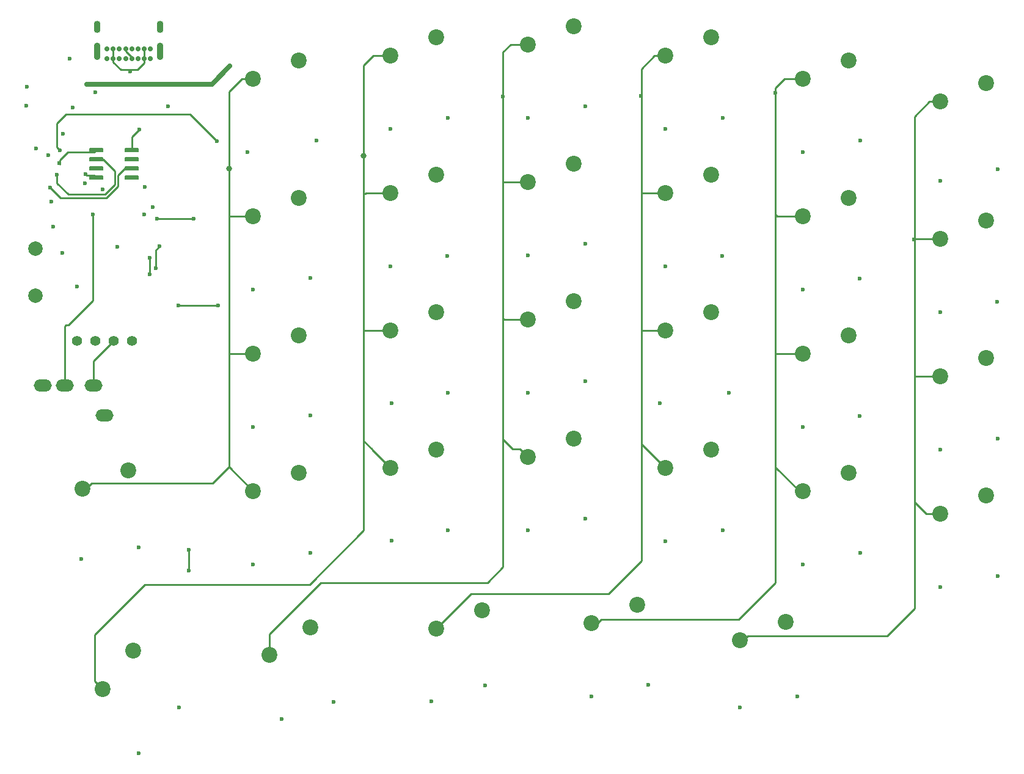
<source format=gbr>
G04 #@! TF.GenerationSoftware,KiCad,Pcbnew,5.1.5+dfsg1-2build2*
G04 #@! TF.CreationDate,2021-01-09T21:52:19+00:00*
G04 #@! TF.ProjectId,cynaroides,63796e61-726f-4696-9465-732e6b696361,rev?*
G04 #@! TF.SameCoordinates,Original*
G04 #@! TF.FileFunction,Copper,L1,Top*
G04 #@! TF.FilePolarity,Positive*
%FSLAX46Y46*%
G04 Gerber Fmt 4.6, Leading zero omitted, Abs format (unit mm)*
G04 Created by KiCad (PCBNEW 5.1.5+dfsg1-2build2) date 2021-01-09 21:52:19*
%MOMM*%
%LPD*%
G04 APERTURE LIST*
%ADD10C,2.200000*%
%ADD11O,0.900000X1.700000*%
%ADD12O,0.900000X2.400000*%
%ADD13C,0.700000*%
%ADD14O,2.500000X1.700000*%
%ADD15C,1.397000*%
%ADD16C,2.000000*%
%ADD17C,0.100000*%
%ADD18C,0.600000*%
%ADD19C,0.800000*%
%ADD20C,0.250000*%
%ADD21C,0.635000*%
G04 APERTURE END LIST*
D10*
X96837500Y-50165000D03*
X103187500Y-47625000D03*
X115887500Y-48577500D03*
X122237500Y-46037500D03*
X134937500Y-50165000D03*
X141287500Y-47625000D03*
X153987500Y-53340000D03*
X160337500Y-50800000D03*
X77787500Y-72390000D03*
X84137500Y-69850000D03*
X96837500Y-69215000D03*
X103187500Y-66675000D03*
X115887500Y-67627500D03*
X122237500Y-65087500D03*
X134937500Y-69215000D03*
X141287500Y-66675000D03*
X153987500Y-72390000D03*
X160337500Y-69850000D03*
X134937500Y-88265000D03*
X141287500Y-85725000D03*
X153987500Y-91440000D03*
X160337500Y-88900000D03*
X80041858Y-114135984D03*
X85725000Y-110331250D03*
X103187500Y-110490000D03*
X109537500Y-107950000D03*
X124618750Y-109696250D03*
X130968750Y-107156250D03*
X145256250Y-112077500D03*
X151606250Y-109537500D03*
X115887500Y-86677500D03*
X122237500Y-84137500D03*
X77787500Y-34290000D03*
X84137500Y-31750000D03*
X153987500Y-34290000D03*
X160337500Y-31750000D03*
X77787500Y-53340000D03*
X84137500Y-50800000D03*
X96837500Y-88265000D03*
X103187500Y-85725000D03*
X77787500Y-91440000D03*
X84137500Y-88900000D03*
D11*
X56200000Y-27136000D03*
X64850000Y-27136000D03*
D12*
X56200000Y-30516000D03*
X64850000Y-30516000D03*
D13*
X60100000Y-30146000D03*
X57550000Y-30146000D03*
X58400000Y-30146000D03*
X59250000Y-30146000D03*
X63500000Y-30146000D03*
X61800000Y-30146000D03*
X60950000Y-30146000D03*
X62650000Y-30146000D03*
X57550000Y-31496000D03*
X58400000Y-31496000D03*
X59250000Y-31496000D03*
X60100000Y-31496000D03*
X60950000Y-31496000D03*
X61800000Y-31496000D03*
X62650000Y-31496000D03*
X63500000Y-31496000D03*
D14*
X57150000Y-80962500D03*
X55650000Y-76762500D03*
X51650000Y-76762500D03*
X48650000Y-76762500D03*
D15*
X60960000Y-70643750D03*
X58420000Y-70643750D03*
X55880000Y-70643750D03*
X53340000Y-70643750D03*
D16*
X47625000Y-64368750D03*
X47625000Y-57868750D03*
G04 #@! TA.AperFunction,SMDPad,CuDef*
D17*
G36*
X56849703Y-47706722D02*
G01*
X56864264Y-47708882D01*
X56878543Y-47712459D01*
X56892403Y-47717418D01*
X56905710Y-47723712D01*
X56918336Y-47731280D01*
X56930159Y-47740048D01*
X56941066Y-47749934D01*
X56950952Y-47760841D01*
X56959720Y-47772664D01*
X56967288Y-47785290D01*
X56973582Y-47798597D01*
X56978541Y-47812457D01*
X56982118Y-47826736D01*
X56984278Y-47841297D01*
X56985000Y-47856000D01*
X56985000Y-48156000D01*
X56984278Y-48170703D01*
X56982118Y-48185264D01*
X56978541Y-48199543D01*
X56973582Y-48213403D01*
X56967288Y-48226710D01*
X56959720Y-48239336D01*
X56950952Y-48251159D01*
X56941066Y-48262066D01*
X56930159Y-48271952D01*
X56918336Y-48280720D01*
X56905710Y-48288288D01*
X56892403Y-48294582D01*
X56878543Y-48299541D01*
X56864264Y-48303118D01*
X56849703Y-48305278D01*
X56835000Y-48306000D01*
X55185000Y-48306000D01*
X55170297Y-48305278D01*
X55155736Y-48303118D01*
X55141457Y-48299541D01*
X55127597Y-48294582D01*
X55114290Y-48288288D01*
X55101664Y-48280720D01*
X55089841Y-48271952D01*
X55078934Y-48262066D01*
X55069048Y-48251159D01*
X55060280Y-48239336D01*
X55052712Y-48226710D01*
X55046418Y-48213403D01*
X55041459Y-48199543D01*
X55037882Y-48185264D01*
X55035722Y-48170703D01*
X55035000Y-48156000D01*
X55035000Y-47856000D01*
X55035722Y-47841297D01*
X55037882Y-47826736D01*
X55041459Y-47812457D01*
X55046418Y-47798597D01*
X55052712Y-47785290D01*
X55060280Y-47772664D01*
X55069048Y-47760841D01*
X55078934Y-47749934D01*
X55089841Y-47740048D01*
X55101664Y-47731280D01*
X55114290Y-47723712D01*
X55127597Y-47717418D01*
X55141457Y-47712459D01*
X55155736Y-47708882D01*
X55170297Y-47706722D01*
X55185000Y-47706000D01*
X56835000Y-47706000D01*
X56849703Y-47706722D01*
G37*
G04 #@! TD.AperFunction*
G04 #@! TA.AperFunction,SMDPad,CuDef*
G36*
X56849703Y-46436722D02*
G01*
X56864264Y-46438882D01*
X56878543Y-46442459D01*
X56892403Y-46447418D01*
X56905710Y-46453712D01*
X56918336Y-46461280D01*
X56930159Y-46470048D01*
X56941066Y-46479934D01*
X56950952Y-46490841D01*
X56959720Y-46502664D01*
X56967288Y-46515290D01*
X56973582Y-46528597D01*
X56978541Y-46542457D01*
X56982118Y-46556736D01*
X56984278Y-46571297D01*
X56985000Y-46586000D01*
X56985000Y-46886000D01*
X56984278Y-46900703D01*
X56982118Y-46915264D01*
X56978541Y-46929543D01*
X56973582Y-46943403D01*
X56967288Y-46956710D01*
X56959720Y-46969336D01*
X56950952Y-46981159D01*
X56941066Y-46992066D01*
X56930159Y-47001952D01*
X56918336Y-47010720D01*
X56905710Y-47018288D01*
X56892403Y-47024582D01*
X56878543Y-47029541D01*
X56864264Y-47033118D01*
X56849703Y-47035278D01*
X56835000Y-47036000D01*
X55185000Y-47036000D01*
X55170297Y-47035278D01*
X55155736Y-47033118D01*
X55141457Y-47029541D01*
X55127597Y-47024582D01*
X55114290Y-47018288D01*
X55101664Y-47010720D01*
X55089841Y-47001952D01*
X55078934Y-46992066D01*
X55069048Y-46981159D01*
X55060280Y-46969336D01*
X55052712Y-46956710D01*
X55046418Y-46943403D01*
X55041459Y-46929543D01*
X55037882Y-46915264D01*
X55035722Y-46900703D01*
X55035000Y-46886000D01*
X55035000Y-46586000D01*
X55035722Y-46571297D01*
X55037882Y-46556736D01*
X55041459Y-46542457D01*
X55046418Y-46528597D01*
X55052712Y-46515290D01*
X55060280Y-46502664D01*
X55069048Y-46490841D01*
X55078934Y-46479934D01*
X55089841Y-46470048D01*
X55101664Y-46461280D01*
X55114290Y-46453712D01*
X55127597Y-46447418D01*
X55141457Y-46442459D01*
X55155736Y-46438882D01*
X55170297Y-46436722D01*
X55185000Y-46436000D01*
X56835000Y-46436000D01*
X56849703Y-46436722D01*
G37*
G04 #@! TD.AperFunction*
G04 #@! TA.AperFunction,SMDPad,CuDef*
G36*
X56849703Y-45166722D02*
G01*
X56864264Y-45168882D01*
X56878543Y-45172459D01*
X56892403Y-45177418D01*
X56905710Y-45183712D01*
X56918336Y-45191280D01*
X56930159Y-45200048D01*
X56941066Y-45209934D01*
X56950952Y-45220841D01*
X56959720Y-45232664D01*
X56967288Y-45245290D01*
X56973582Y-45258597D01*
X56978541Y-45272457D01*
X56982118Y-45286736D01*
X56984278Y-45301297D01*
X56985000Y-45316000D01*
X56985000Y-45616000D01*
X56984278Y-45630703D01*
X56982118Y-45645264D01*
X56978541Y-45659543D01*
X56973582Y-45673403D01*
X56967288Y-45686710D01*
X56959720Y-45699336D01*
X56950952Y-45711159D01*
X56941066Y-45722066D01*
X56930159Y-45731952D01*
X56918336Y-45740720D01*
X56905710Y-45748288D01*
X56892403Y-45754582D01*
X56878543Y-45759541D01*
X56864264Y-45763118D01*
X56849703Y-45765278D01*
X56835000Y-45766000D01*
X55185000Y-45766000D01*
X55170297Y-45765278D01*
X55155736Y-45763118D01*
X55141457Y-45759541D01*
X55127597Y-45754582D01*
X55114290Y-45748288D01*
X55101664Y-45740720D01*
X55089841Y-45731952D01*
X55078934Y-45722066D01*
X55069048Y-45711159D01*
X55060280Y-45699336D01*
X55052712Y-45686710D01*
X55046418Y-45673403D01*
X55041459Y-45659543D01*
X55037882Y-45645264D01*
X55035722Y-45630703D01*
X55035000Y-45616000D01*
X55035000Y-45316000D01*
X55035722Y-45301297D01*
X55037882Y-45286736D01*
X55041459Y-45272457D01*
X55046418Y-45258597D01*
X55052712Y-45245290D01*
X55060280Y-45232664D01*
X55069048Y-45220841D01*
X55078934Y-45209934D01*
X55089841Y-45200048D01*
X55101664Y-45191280D01*
X55114290Y-45183712D01*
X55127597Y-45177418D01*
X55141457Y-45172459D01*
X55155736Y-45168882D01*
X55170297Y-45166722D01*
X55185000Y-45166000D01*
X56835000Y-45166000D01*
X56849703Y-45166722D01*
G37*
G04 #@! TD.AperFunction*
G04 #@! TA.AperFunction,SMDPad,CuDef*
G36*
X56849703Y-43896722D02*
G01*
X56864264Y-43898882D01*
X56878543Y-43902459D01*
X56892403Y-43907418D01*
X56905710Y-43913712D01*
X56918336Y-43921280D01*
X56930159Y-43930048D01*
X56941066Y-43939934D01*
X56950952Y-43950841D01*
X56959720Y-43962664D01*
X56967288Y-43975290D01*
X56973582Y-43988597D01*
X56978541Y-44002457D01*
X56982118Y-44016736D01*
X56984278Y-44031297D01*
X56985000Y-44046000D01*
X56985000Y-44346000D01*
X56984278Y-44360703D01*
X56982118Y-44375264D01*
X56978541Y-44389543D01*
X56973582Y-44403403D01*
X56967288Y-44416710D01*
X56959720Y-44429336D01*
X56950952Y-44441159D01*
X56941066Y-44452066D01*
X56930159Y-44461952D01*
X56918336Y-44470720D01*
X56905710Y-44478288D01*
X56892403Y-44484582D01*
X56878543Y-44489541D01*
X56864264Y-44493118D01*
X56849703Y-44495278D01*
X56835000Y-44496000D01*
X55185000Y-44496000D01*
X55170297Y-44495278D01*
X55155736Y-44493118D01*
X55141457Y-44489541D01*
X55127597Y-44484582D01*
X55114290Y-44478288D01*
X55101664Y-44470720D01*
X55089841Y-44461952D01*
X55078934Y-44452066D01*
X55069048Y-44441159D01*
X55060280Y-44429336D01*
X55052712Y-44416710D01*
X55046418Y-44403403D01*
X55041459Y-44389543D01*
X55037882Y-44375264D01*
X55035722Y-44360703D01*
X55035000Y-44346000D01*
X55035000Y-44046000D01*
X55035722Y-44031297D01*
X55037882Y-44016736D01*
X55041459Y-44002457D01*
X55046418Y-43988597D01*
X55052712Y-43975290D01*
X55060280Y-43962664D01*
X55069048Y-43950841D01*
X55078934Y-43939934D01*
X55089841Y-43930048D01*
X55101664Y-43921280D01*
X55114290Y-43913712D01*
X55127597Y-43907418D01*
X55141457Y-43902459D01*
X55155736Y-43898882D01*
X55170297Y-43896722D01*
X55185000Y-43896000D01*
X56835000Y-43896000D01*
X56849703Y-43896722D01*
G37*
G04 #@! TD.AperFunction*
G04 #@! TA.AperFunction,SMDPad,CuDef*
G36*
X61799703Y-43896722D02*
G01*
X61814264Y-43898882D01*
X61828543Y-43902459D01*
X61842403Y-43907418D01*
X61855710Y-43913712D01*
X61868336Y-43921280D01*
X61880159Y-43930048D01*
X61891066Y-43939934D01*
X61900952Y-43950841D01*
X61909720Y-43962664D01*
X61917288Y-43975290D01*
X61923582Y-43988597D01*
X61928541Y-44002457D01*
X61932118Y-44016736D01*
X61934278Y-44031297D01*
X61935000Y-44046000D01*
X61935000Y-44346000D01*
X61934278Y-44360703D01*
X61932118Y-44375264D01*
X61928541Y-44389543D01*
X61923582Y-44403403D01*
X61917288Y-44416710D01*
X61909720Y-44429336D01*
X61900952Y-44441159D01*
X61891066Y-44452066D01*
X61880159Y-44461952D01*
X61868336Y-44470720D01*
X61855710Y-44478288D01*
X61842403Y-44484582D01*
X61828543Y-44489541D01*
X61814264Y-44493118D01*
X61799703Y-44495278D01*
X61785000Y-44496000D01*
X60135000Y-44496000D01*
X60120297Y-44495278D01*
X60105736Y-44493118D01*
X60091457Y-44489541D01*
X60077597Y-44484582D01*
X60064290Y-44478288D01*
X60051664Y-44470720D01*
X60039841Y-44461952D01*
X60028934Y-44452066D01*
X60019048Y-44441159D01*
X60010280Y-44429336D01*
X60002712Y-44416710D01*
X59996418Y-44403403D01*
X59991459Y-44389543D01*
X59987882Y-44375264D01*
X59985722Y-44360703D01*
X59985000Y-44346000D01*
X59985000Y-44046000D01*
X59985722Y-44031297D01*
X59987882Y-44016736D01*
X59991459Y-44002457D01*
X59996418Y-43988597D01*
X60002712Y-43975290D01*
X60010280Y-43962664D01*
X60019048Y-43950841D01*
X60028934Y-43939934D01*
X60039841Y-43930048D01*
X60051664Y-43921280D01*
X60064290Y-43913712D01*
X60077597Y-43907418D01*
X60091457Y-43902459D01*
X60105736Y-43898882D01*
X60120297Y-43896722D01*
X60135000Y-43896000D01*
X61785000Y-43896000D01*
X61799703Y-43896722D01*
G37*
G04 #@! TD.AperFunction*
G04 #@! TA.AperFunction,SMDPad,CuDef*
G36*
X61799703Y-45166722D02*
G01*
X61814264Y-45168882D01*
X61828543Y-45172459D01*
X61842403Y-45177418D01*
X61855710Y-45183712D01*
X61868336Y-45191280D01*
X61880159Y-45200048D01*
X61891066Y-45209934D01*
X61900952Y-45220841D01*
X61909720Y-45232664D01*
X61917288Y-45245290D01*
X61923582Y-45258597D01*
X61928541Y-45272457D01*
X61932118Y-45286736D01*
X61934278Y-45301297D01*
X61935000Y-45316000D01*
X61935000Y-45616000D01*
X61934278Y-45630703D01*
X61932118Y-45645264D01*
X61928541Y-45659543D01*
X61923582Y-45673403D01*
X61917288Y-45686710D01*
X61909720Y-45699336D01*
X61900952Y-45711159D01*
X61891066Y-45722066D01*
X61880159Y-45731952D01*
X61868336Y-45740720D01*
X61855710Y-45748288D01*
X61842403Y-45754582D01*
X61828543Y-45759541D01*
X61814264Y-45763118D01*
X61799703Y-45765278D01*
X61785000Y-45766000D01*
X60135000Y-45766000D01*
X60120297Y-45765278D01*
X60105736Y-45763118D01*
X60091457Y-45759541D01*
X60077597Y-45754582D01*
X60064290Y-45748288D01*
X60051664Y-45740720D01*
X60039841Y-45731952D01*
X60028934Y-45722066D01*
X60019048Y-45711159D01*
X60010280Y-45699336D01*
X60002712Y-45686710D01*
X59996418Y-45673403D01*
X59991459Y-45659543D01*
X59987882Y-45645264D01*
X59985722Y-45630703D01*
X59985000Y-45616000D01*
X59985000Y-45316000D01*
X59985722Y-45301297D01*
X59987882Y-45286736D01*
X59991459Y-45272457D01*
X59996418Y-45258597D01*
X60002712Y-45245290D01*
X60010280Y-45232664D01*
X60019048Y-45220841D01*
X60028934Y-45209934D01*
X60039841Y-45200048D01*
X60051664Y-45191280D01*
X60064290Y-45183712D01*
X60077597Y-45177418D01*
X60091457Y-45172459D01*
X60105736Y-45168882D01*
X60120297Y-45166722D01*
X60135000Y-45166000D01*
X61785000Y-45166000D01*
X61799703Y-45166722D01*
G37*
G04 #@! TD.AperFunction*
G04 #@! TA.AperFunction,SMDPad,CuDef*
G36*
X61799703Y-46436722D02*
G01*
X61814264Y-46438882D01*
X61828543Y-46442459D01*
X61842403Y-46447418D01*
X61855710Y-46453712D01*
X61868336Y-46461280D01*
X61880159Y-46470048D01*
X61891066Y-46479934D01*
X61900952Y-46490841D01*
X61909720Y-46502664D01*
X61917288Y-46515290D01*
X61923582Y-46528597D01*
X61928541Y-46542457D01*
X61932118Y-46556736D01*
X61934278Y-46571297D01*
X61935000Y-46586000D01*
X61935000Y-46886000D01*
X61934278Y-46900703D01*
X61932118Y-46915264D01*
X61928541Y-46929543D01*
X61923582Y-46943403D01*
X61917288Y-46956710D01*
X61909720Y-46969336D01*
X61900952Y-46981159D01*
X61891066Y-46992066D01*
X61880159Y-47001952D01*
X61868336Y-47010720D01*
X61855710Y-47018288D01*
X61842403Y-47024582D01*
X61828543Y-47029541D01*
X61814264Y-47033118D01*
X61799703Y-47035278D01*
X61785000Y-47036000D01*
X60135000Y-47036000D01*
X60120297Y-47035278D01*
X60105736Y-47033118D01*
X60091457Y-47029541D01*
X60077597Y-47024582D01*
X60064290Y-47018288D01*
X60051664Y-47010720D01*
X60039841Y-47001952D01*
X60028934Y-46992066D01*
X60019048Y-46981159D01*
X60010280Y-46969336D01*
X60002712Y-46956710D01*
X59996418Y-46943403D01*
X59991459Y-46929543D01*
X59987882Y-46915264D01*
X59985722Y-46900703D01*
X59985000Y-46886000D01*
X59985000Y-46586000D01*
X59985722Y-46571297D01*
X59987882Y-46556736D01*
X59991459Y-46542457D01*
X59996418Y-46528597D01*
X60002712Y-46515290D01*
X60010280Y-46502664D01*
X60019048Y-46490841D01*
X60028934Y-46479934D01*
X60039841Y-46470048D01*
X60051664Y-46461280D01*
X60064290Y-46453712D01*
X60077597Y-46447418D01*
X60091457Y-46442459D01*
X60105736Y-46438882D01*
X60120297Y-46436722D01*
X60135000Y-46436000D01*
X61785000Y-46436000D01*
X61799703Y-46436722D01*
G37*
G04 #@! TD.AperFunction*
G04 #@! TA.AperFunction,SMDPad,CuDef*
G36*
X61799703Y-47706722D02*
G01*
X61814264Y-47708882D01*
X61828543Y-47712459D01*
X61842403Y-47717418D01*
X61855710Y-47723712D01*
X61868336Y-47731280D01*
X61880159Y-47740048D01*
X61891066Y-47749934D01*
X61900952Y-47760841D01*
X61909720Y-47772664D01*
X61917288Y-47785290D01*
X61923582Y-47798597D01*
X61928541Y-47812457D01*
X61932118Y-47826736D01*
X61934278Y-47841297D01*
X61935000Y-47856000D01*
X61935000Y-48156000D01*
X61934278Y-48170703D01*
X61932118Y-48185264D01*
X61928541Y-48199543D01*
X61923582Y-48213403D01*
X61917288Y-48226710D01*
X61909720Y-48239336D01*
X61900952Y-48251159D01*
X61891066Y-48262066D01*
X61880159Y-48271952D01*
X61868336Y-48280720D01*
X61855710Y-48288288D01*
X61842403Y-48294582D01*
X61828543Y-48299541D01*
X61814264Y-48303118D01*
X61799703Y-48305278D01*
X61785000Y-48306000D01*
X60135000Y-48306000D01*
X60120297Y-48305278D01*
X60105736Y-48303118D01*
X60091457Y-48299541D01*
X60077597Y-48294582D01*
X60064290Y-48288288D01*
X60051664Y-48280720D01*
X60039841Y-48271952D01*
X60028934Y-48262066D01*
X60019048Y-48251159D01*
X60010280Y-48239336D01*
X60002712Y-48226710D01*
X59996418Y-48213403D01*
X59991459Y-48199543D01*
X59987882Y-48185264D01*
X59985722Y-48170703D01*
X59985000Y-48156000D01*
X59985000Y-47856000D01*
X59985722Y-47841297D01*
X59987882Y-47826736D01*
X59991459Y-47812457D01*
X59996418Y-47798597D01*
X60002712Y-47785290D01*
X60010280Y-47772664D01*
X60019048Y-47760841D01*
X60028934Y-47749934D01*
X60039841Y-47740048D01*
X60051664Y-47731280D01*
X60064290Y-47723712D01*
X60077597Y-47717418D01*
X60091457Y-47712459D01*
X60105736Y-47708882D01*
X60120297Y-47706722D01*
X60135000Y-47706000D01*
X61785000Y-47706000D01*
X61799703Y-47706722D01*
G37*
G04 #@! TD.AperFunction*
D10*
X56889489Y-118880955D03*
X61118750Y-113506250D03*
X54133750Y-91122500D03*
X60483750Y-88582500D03*
X173037500Y-94615000D03*
X179387500Y-92075000D03*
X173037500Y-75565000D03*
X179387500Y-73025000D03*
X173037500Y-56515000D03*
X179387500Y-53975000D03*
X173037500Y-37465000D03*
X179387500Y-34925000D03*
X134937500Y-31115000D03*
X141287500Y-28575000D03*
X115887500Y-29527500D03*
X122237500Y-26987500D03*
X96837500Y-31115000D03*
X103187500Y-28575000D03*
D18*
X60706000Y-33274000D03*
X86518750Y-42862500D03*
X104775000Y-39687500D03*
X123825000Y-38100000D03*
X161925000Y-42862500D03*
X142875000Y-39687500D03*
X180975000Y-46831250D03*
X173037500Y-66675000D03*
X153987500Y-63500000D03*
X134937500Y-60325000D03*
X115887500Y-58737500D03*
X96837500Y-60325000D03*
X77787500Y-63500000D03*
X85725000Y-80962500D03*
X104775000Y-77787500D03*
X123825000Y-76200000D03*
X143668750Y-77787500D03*
X161806250Y-81056250D03*
X180975000Y-84137500D03*
X173037500Y-104775000D03*
X153987500Y-101600000D03*
X134937500Y-98425000D03*
X115887500Y-96837500D03*
X96931250Y-98331250D03*
X77787500Y-101600000D03*
X53975000Y-100806250D03*
X67468750Y-121443750D03*
X88900000Y-120650000D03*
X109906250Y-118406250D03*
X132556250Y-118268750D03*
X153193750Y-119856250D03*
X52324000Y-31496000D03*
X62788800Y-49250600D03*
X56896000Y-49606200D03*
X54508400Y-48768000D03*
X49809400Y-51282600D03*
X61976000Y-41325800D03*
X51384200Y-41884600D03*
X55930800Y-36195000D03*
X58978800Y-57581800D03*
X62712600Y-53136800D03*
X46380400Y-37998400D03*
X50038000Y-54762400D03*
X51333400Y-58420000D03*
X53386000Y-63114200D03*
X47726600Y-43916600D03*
X54533800Y-47498000D03*
X63881000Y-52095400D03*
X65989200Y-38100000D03*
X52781200Y-38277800D03*
X46456600Y-35382200D03*
X49428400Y-44907200D03*
X76993750Y-44450000D03*
X96837500Y-41275000D03*
X115887500Y-39687500D03*
X134937500Y-41275000D03*
X153987500Y-44450000D03*
X173037500Y-48418750D03*
X180881250Y-65181250D03*
X161831250Y-62006250D03*
X142756250Y-58831250D03*
X123825000Y-57150000D03*
X104656250Y-58831250D03*
X85725000Y-61912500D03*
X77787500Y-82550000D03*
X96931250Y-79281250D03*
X115887500Y-77787500D03*
X134112000Y-79298800D03*
X153987500Y-82550000D03*
X173037500Y-85725000D03*
X180975000Y-103187500D03*
X161925000Y-100012500D03*
X142875000Y-96837500D03*
X123825000Y-95250000D03*
X104775000Y-96837500D03*
X85725000Y-100012500D03*
X61912500Y-99218750D03*
X61912500Y-127793750D03*
X81756250Y-123031250D03*
X102487500Y-120556250D03*
X124618750Y-119856250D03*
X145256250Y-121443750D03*
X54711600Y-35026600D03*
X74523600Y-32562800D03*
X64249899Y-60516600D03*
X64820800Y-57505600D03*
X63466508Y-61361990D03*
X63474600Y-59066600D03*
X50952400Y-45991000D03*
X49682400Y-49352200D03*
X50596800Y-47574200D03*
X72948800Y-65709800D03*
X67411600Y-65709800D03*
X68859400Y-102438200D03*
X68859400Y-99568000D03*
X51008600Y-44216000D03*
X72796400Y-42976800D03*
D19*
X74422000Y-46710600D03*
X93116400Y-44958000D03*
D18*
X112395000Y-36753800D03*
X131546600Y-36677600D03*
X150114000Y-36271200D03*
X64439800Y-53670200D03*
X69519800Y-53670200D03*
X169367200Y-56591200D03*
X55575200Y-53086000D03*
D20*
X62650000Y-30146000D02*
X62650000Y-31496000D01*
X58400000Y-30146000D02*
X58400000Y-31496000D01*
X58400000Y-31990974D02*
X59429026Y-33020000D01*
X58400000Y-31496000D02*
X58400000Y-31990974D01*
X62650000Y-32092000D02*
X62650000Y-31496000D01*
X61722000Y-33020000D02*
X62650000Y-32092000D01*
X60706000Y-33020000D02*
X60706000Y-33274000D01*
X59429026Y-33020000D02*
X60706000Y-33020000D01*
X60706000Y-33020000D02*
X61722000Y-33020000D01*
X60960000Y-42341800D02*
X61976000Y-41325800D01*
X60960000Y-44196000D02*
X60960000Y-42341800D01*
X55710000Y-47706000D02*
X54741800Y-47706000D01*
X56010000Y-48006000D02*
X55710000Y-47706000D01*
X54741800Y-47706000D02*
X54533800Y-47498000D01*
X55650000Y-73413750D02*
X58420000Y-70643750D01*
X55650000Y-76762500D02*
X55650000Y-73413750D01*
X60950000Y-31346998D02*
X60950000Y-31496000D01*
X60100000Y-30496998D02*
X60950000Y-31346998D01*
X60100000Y-30146000D02*
X60100000Y-30496998D01*
D21*
X54711600Y-35026600D02*
X72059800Y-35026600D01*
X72059800Y-35026600D02*
X74523600Y-32562800D01*
D20*
X64249899Y-60516600D02*
X64249899Y-59950915D01*
X64249899Y-59950915D02*
X64249899Y-58076501D01*
X64249899Y-58076501D02*
X64820800Y-57505600D01*
X63466508Y-61361990D02*
X63466508Y-59494892D01*
X63466508Y-59494892D02*
X63474600Y-59486800D01*
X63474600Y-59486800D02*
X63474600Y-59066600D01*
X55710000Y-44496000D02*
X52074800Y-44496000D01*
X56010000Y-44196000D02*
X55710000Y-44496000D01*
X52074800Y-44496000D02*
X50977800Y-45593000D01*
X50977800Y-45593000D02*
X50977800Y-46151800D01*
X57430401Y-50781211D02*
X51060611Y-50781211D01*
X59047809Y-49163803D02*
X57430401Y-50781211D01*
X59047810Y-47673190D02*
X59047809Y-49163803D01*
X59985000Y-46736000D02*
X59047810Y-47673190D01*
X60960000Y-46736000D02*
X59985000Y-46736000D01*
X51060611Y-50781211D02*
X49657000Y-49377600D01*
X56985000Y-45466000D02*
X58597800Y-47078800D01*
X56010000Y-45466000D02*
X56985000Y-45466000D01*
X57244001Y-50331201D02*
X52160001Y-50331201D01*
X58597800Y-48977402D02*
X57244001Y-50331201D01*
X58597800Y-47078800D02*
X58597800Y-48977402D01*
X50596800Y-48768000D02*
X52160001Y-50331201D01*
X50596800Y-47574200D02*
X50596800Y-48768000D01*
X72948800Y-65709800D02*
X67411600Y-65709800D01*
X68859400Y-102438200D02*
X68859400Y-99568000D01*
X50608601Y-43816001D02*
X50608601Y-40450399D01*
X51008600Y-44216000D02*
X50608601Y-43816001D01*
X51855201Y-39203799D02*
X69023399Y-39203799D01*
X50608601Y-40450399D02*
X51855201Y-39203799D01*
X69023399Y-39203799D02*
X72796400Y-42976800D01*
X74447400Y-88099900D02*
X77787500Y-91440000D01*
X76231866Y-34290000D02*
X74447400Y-36074466D01*
X77787500Y-34290000D02*
X76231866Y-34290000D01*
X74447400Y-53365400D02*
X74472800Y-53340000D01*
X74447400Y-36074466D02*
X74447400Y-53365400D01*
X74472800Y-53340000D02*
X77787500Y-53340000D01*
X74472800Y-72390000D02*
X77787500Y-72390000D01*
X74447400Y-72364600D02*
X74472800Y-72390000D01*
X74447400Y-53365400D02*
X74447400Y-72364600D01*
X74447400Y-72364600D02*
X74447400Y-88099900D01*
X54622700Y-91122500D02*
X54133750Y-91122500D01*
X55405199Y-90340001D02*
X54622700Y-91122500D01*
X72194599Y-90340001D02*
X55405199Y-90340001D01*
X74434700Y-88099900D02*
X72194599Y-90340001D01*
X74447400Y-88099900D02*
X74434700Y-88099900D01*
X93116400Y-32435800D02*
X94437200Y-31115000D01*
X94437200Y-31115000D02*
X96837500Y-31115000D01*
X94234000Y-85648800D02*
X93116400Y-84531200D01*
X94234000Y-85661500D02*
X94234000Y-85648800D01*
X96837500Y-88265000D02*
X94234000Y-85661500D01*
X96837500Y-50165000D02*
X93395800Y-50165000D01*
X93116400Y-50241200D02*
X93319600Y-50241200D01*
X93319600Y-50241200D02*
X93395800Y-50165000D01*
X93116400Y-69189600D02*
X93141800Y-69215000D01*
X93116400Y-84531200D02*
X93116400Y-69189600D01*
X93141800Y-69215000D02*
X96837500Y-69215000D01*
X93116400Y-69189600D02*
X93116400Y-50241200D01*
X93116400Y-96875600D02*
X93116400Y-84531200D01*
X85598000Y-104394000D02*
X93116400Y-96875600D01*
X55789490Y-111342510D02*
X62738000Y-104394000D01*
X62738000Y-104394000D02*
X85598000Y-104394000D01*
X55789490Y-117780956D02*
X55789490Y-111342510D01*
X56889489Y-118880955D02*
X55789490Y-117780956D01*
X93116400Y-45110400D02*
X93091000Y-45135800D01*
X93116400Y-44958000D02*
X93116400Y-44958000D01*
X93116400Y-50241200D02*
X93116400Y-44958000D01*
X93116400Y-44958000D02*
X93116400Y-32435800D01*
X93116400Y-44958000D02*
X93116400Y-45110400D01*
X113499900Y-29527500D02*
X115887500Y-29527500D01*
X112420400Y-30607000D02*
X113499900Y-29527500D01*
X112585500Y-67627500D02*
X115887500Y-67627500D01*
X112420400Y-67462400D02*
X112585500Y-67627500D01*
X112458500Y-48577500D02*
X115887500Y-48577500D01*
X112420400Y-48615600D02*
X112458500Y-48577500D01*
X112420400Y-67462400D02*
X112420400Y-48615600D01*
X112420400Y-48615600D02*
X112420400Y-30607000D01*
X113720701Y-85577501D02*
X114787501Y-85577501D01*
X114787501Y-85577501D02*
X115887500Y-86677500D01*
X112420400Y-84277200D02*
X113720701Y-85577501D01*
X112420400Y-67462400D02*
X112420400Y-84277200D01*
X112420400Y-84277200D02*
X112420400Y-101955600D01*
X112420400Y-101955600D02*
X110236000Y-104140000D01*
X110236000Y-104140000D02*
X87122000Y-104140000D01*
X80041858Y-111220142D02*
X80041858Y-114135984D01*
X87122000Y-104140000D02*
X80041858Y-111220142D01*
X133381866Y-31115000D02*
X131572000Y-32924866D01*
X134937500Y-31115000D02*
X133381866Y-31115000D01*
X131572000Y-84899500D02*
X134937500Y-88265000D01*
X131699000Y-50165000D02*
X134937500Y-50165000D01*
X131572000Y-50292000D02*
X131699000Y-50165000D01*
X131572000Y-32924866D02*
X131572000Y-50292000D01*
X131699000Y-69215000D02*
X134937500Y-69215000D01*
X131572000Y-69088000D02*
X131699000Y-69215000D01*
X131572000Y-50292000D02*
X131572000Y-69088000D01*
X131572000Y-69088000D02*
X131572000Y-84899500D01*
X127000000Y-105664000D02*
X108013500Y-105664000D01*
X108013500Y-105664000D02*
X103187500Y-110490000D01*
X131572000Y-101092000D02*
X127000000Y-105664000D01*
X131572000Y-84899500D02*
X131572000Y-101092000D01*
X153987500Y-91440000D02*
X153518498Y-91440000D01*
X151384000Y-34290000D02*
X153987500Y-34290000D01*
X150114000Y-35560000D02*
X151384000Y-34290000D01*
X150368000Y-53340000D02*
X153987500Y-53340000D01*
X150114000Y-53086000D02*
X150368000Y-53340000D01*
X150114000Y-72390000D02*
X153987500Y-72390000D01*
X150114000Y-88035502D02*
X150114000Y-72390000D01*
X150114000Y-72390000D02*
X150114000Y-53086000D01*
X124618750Y-109696250D02*
X125507750Y-109696250D01*
X125507750Y-109696250D02*
X125984000Y-109220000D01*
X125984000Y-109220000D02*
X145034000Y-109220000D01*
X145034000Y-109220000D02*
X150114000Y-104140000D01*
X150114000Y-104140000D02*
X150114000Y-88138000D01*
X150114000Y-88138000D02*
X150114000Y-88035502D01*
X153518498Y-91440000D02*
X150114000Y-88138000D01*
X150114000Y-53086000D02*
X150114000Y-36271200D01*
X150114000Y-36271200D02*
X150114000Y-35560000D01*
X173037500Y-94615000D02*
X171069000Y-94615000D01*
X171069000Y-94615000D02*
X169418000Y-92964000D01*
X171481866Y-37465000D02*
X173037500Y-37465000D01*
X169418000Y-39528866D02*
X171481866Y-37465000D01*
X169418000Y-56388000D02*
X169545000Y-56515000D01*
X169545000Y-56515000D02*
X173037500Y-56515000D01*
X169418000Y-56388000D02*
X169418000Y-39528866D01*
X169418000Y-75438000D02*
X169545000Y-75565000D01*
X169545000Y-75565000D02*
X173037500Y-75565000D01*
X169418000Y-92964000D02*
X169418000Y-75438000D01*
X169418000Y-75438000D02*
X169418000Y-56388000D01*
X169418000Y-107696000D02*
X169418000Y-92964000D01*
X165608000Y-111506000D02*
X169418000Y-107696000D01*
X146304000Y-111506000D02*
X165608000Y-111506000D01*
X145732500Y-112077500D02*
X146304000Y-111506000D01*
X145256250Y-112077500D02*
X145732500Y-112077500D01*
X64439800Y-53670200D02*
X69519800Y-53670200D01*
X55575200Y-53086000D02*
X55575200Y-65049400D01*
X55575200Y-65049400D02*
X52222400Y-68402200D01*
X52222400Y-68402200D02*
X51816000Y-68402200D01*
X51650000Y-68568200D02*
X51650000Y-76762500D01*
X51816000Y-68402200D02*
X51650000Y-68568200D01*
M02*

</source>
